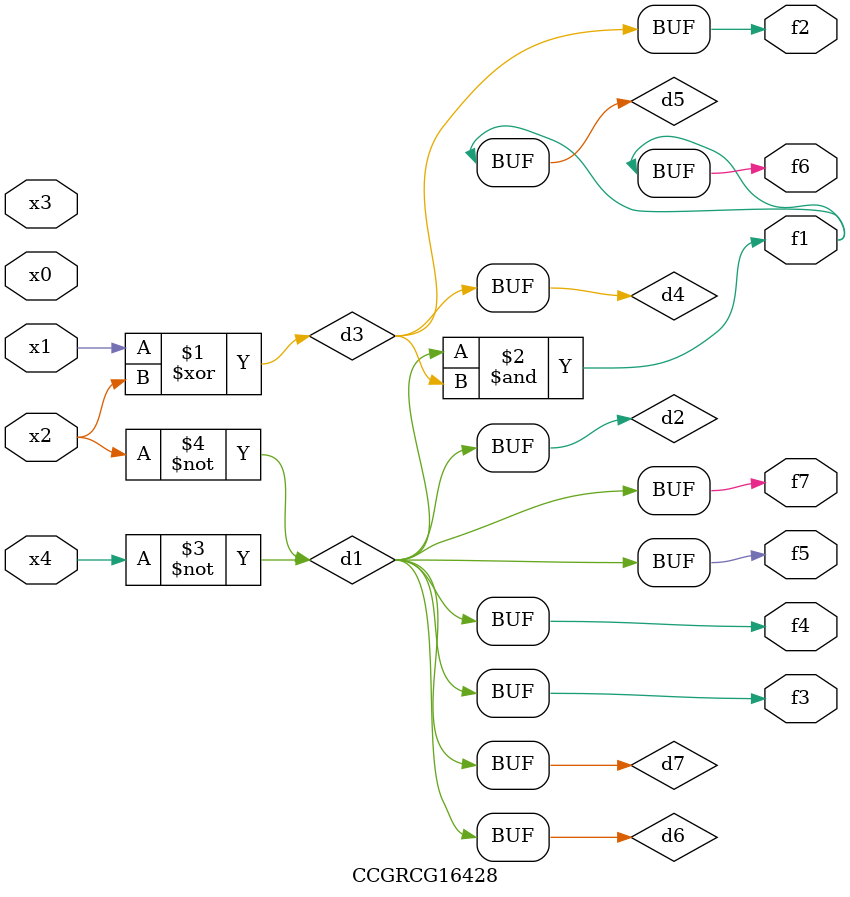
<source format=v>
module CCGRCG16428(
	input x0, x1, x2, x3, x4,
	output f1, f2, f3, f4, f5, f6, f7
);

	wire d1, d2, d3, d4, d5, d6, d7;

	not (d1, x4);
	not (d2, x2);
	xor (d3, x1, x2);
	buf (d4, d3);
	and (d5, d1, d3);
	buf (d6, d1, d2);
	buf (d7, d2);
	assign f1 = d5;
	assign f2 = d4;
	assign f3 = d7;
	assign f4 = d7;
	assign f5 = d7;
	assign f6 = d5;
	assign f7 = d7;
endmodule

</source>
